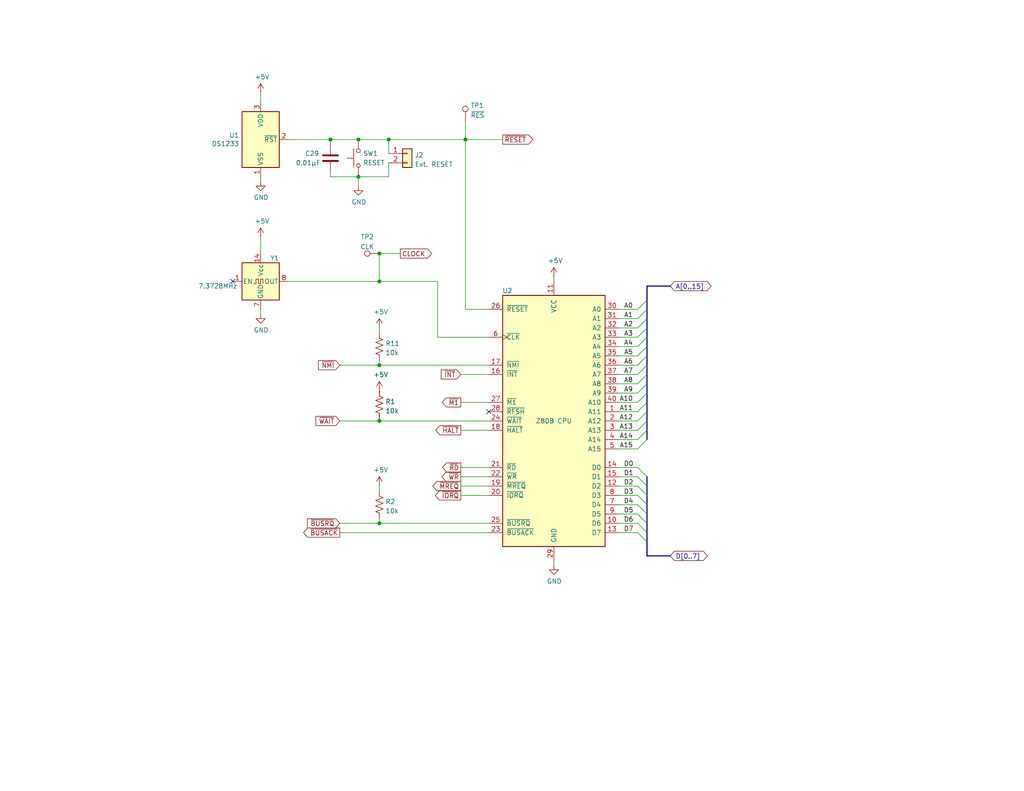
<source format=kicad_sch>
(kicad_sch (version 20230121) (generator eeschema)
  (paper "A")
  (title_block (title "Interis 64 Computer") (rev "C"))
  (lib_symbols
    (symbol "CPU:Z80CPU" (pin_names (offset 1.016))
      (property "Reference" "U" (at -13.97 35.56 0))
      (property "Value" "Z80CPU" (at 6.35 35.56 0))
      (symbol "Z80CPU_0_1"
        (rectangle (start -13.97 34.29) (end 13.97 -34.29) (stroke (width 0.254)) (fill (type background)))
      )
      (symbol "Z80CPU_1_1"
        (pin output line (at 17.78 2.54 180) (length 3.81) (name "A11") (number "1"))
        (pin bidirectional line (at 17.78 -27.94 180) (length 3.81) (name "D6") (number "10"))
        (pin power_in line (at 0 38.1 270) (length 3.81) (name "VCC") (number "11"))
        (pin bidirectional line (at 17.78 -17.78 180) (length 3.81) (name "D2") (number "12"))
        (pin bidirectional line (at 17.78 -30.48 180) (length 3.81) (name "D7") (number "13"))
        (pin bidirectional line (at 17.78 -12.7 180) (length 3.81) (name "D0") (number "14"))
        (pin bidirectional line (at 17.78 -15.24 180) (length 3.81) (name "D1") (number "15"))
        (pin input line (at -17.78 12.7 0) (length 3.81) (name "~{INT}") (number "16"))
        (pin input line (at -17.78 15.24 0) (length 3.81) (name "~{NMI}") (number "17"))
        (pin output line (at -17.78 -2.54 0) (length 3.81) (name "~{HALT}") (number "18"))
        (pin output line (at -17.78 -17.78 0) (length 3.81) (name "~{MREQ}") (number "19"))
        (pin output line (at 17.78 0 180) (length 3.81) (name "A12") (number "2"))
        (pin output line (at -17.78 -20.32 0) (length 3.81) (name "~{IORQ}") (number "20"))
        (pin output line (at -17.78 -12.7 0) (length 3.81) (name "~{RD}") (number "21"))
        (pin output line (at -17.78 -15.24 0) (length 3.81) (name "~{WR}") (number "22"))
        (pin output line (at -17.78 -30.48 0) (length 3.81) (name "~{BUSACK}") (number "23"))
        (pin input line (at -17.78 0 0) (length 3.81) (name "~{WAIT}") (number "24"))
        (pin input line (at -17.78 -27.94 0) (length 3.81) (name "~{BUSRQ}") (number "25"))
        (pin input line (at -17.78 30.48 0) (length 3.81) (name "~{RESET}") (number "26"))
        (pin output line (at -17.78 5.08 0) (length 3.81) (name "~{M1}") (number "27"))
        (pin output line (at -17.78 2.54 0) (length 3.81) (name "~{RFSH}") (number "28"))
        (pin power_in line (at 0 -38.1 90) (length 3.81) (name "GND") (number "29"))
        (pin output line (at 17.78 -2.54 180) (length 3.81) (name "A13") (number "3"))
        (pin output line (at 17.78 30.48 180) (length 3.81) (name "A0") (number "30"))
        (pin output line (at 17.78 27.94 180) (length 3.81) (name "A1") (number "31"))
        (pin output line (at 17.78 25.4 180) (length 3.81) (name "A2") (number "32"))
        (pin output line (at 17.78 22.86 180) (length 3.81) (name "A3") (number "33"))
        (pin output line (at 17.78 20.32 180) (length 3.81) (name "A4") (number "34"))
        (pin output line (at 17.78 17.78 180) (length 3.81) (name "A5") (number "35"))
        (pin output line (at 17.78 15.24 180) (length 3.81) (name "A6") (number "36"))
        (pin output line (at 17.78 12.7 180) (length 3.81) (name "A7") (number "37"))
        (pin output line (at 17.78 10.16 180) (length 3.81) (name "A8") (number "38"))
        (pin output line (at 17.78 7.62 180) (length 3.81) (name "A9") (number "39"))
        (pin output line (at 17.78 -5.08 180) (length 3.81) (name "A14") (number "4"))
        (pin output line (at 17.78 5.08 180) (length 3.81) (name "A10") (number "40"))
        (pin output line (at 17.78 -7.62 180) (length 3.81) (name "A15") (number "5"))
        (pin input clock (at -17.78 22.86 0) (length 3.81) (name "~{CLK}") (number "6"))
        (pin bidirectional line (at 17.78 -22.86 180) (length 3.81) (name "D4") (number "7"))
        (pin bidirectional line (at 17.78 -20.32 180) (length 3.81) (name "D3") (number "8"))
        (pin bidirectional line (at 17.78 -25.4 180) (length 3.81) (name "D5") (number "9"))
      )
    )
    (symbol "Connector:TestPoint" (pin_numbers hide) (pin_names (offset 0.762) hide)
      (property "Reference" "TP" (at 0 6.858 0))
      (property "Value" "TestPoint" (at 0 5.08 0))
      (symbol "TestPoint_0_1"
        (circle (center 0 3.302) (radius 0.762))
      )
      (symbol "TestPoint_1_1"
        (pin passive line (at 0 0 90) (length 2.54) (name "1") (number "1"))
      )
    )
    (symbol "Connector_Generic:Conn_01x02" (pin_names (offset 1.016) hide)
      (property "Reference" "J" (at 0 2.54 0))
      (property "Value" "Conn_01x02" (at 0 -5.08 0))
      (symbol "Conn_01x02_1_1"
        (rectangle (start -1.27 -2.413) (end 0 -2.667) (stroke (width 0.1524)))
        (rectangle (start -1.27 0.127) (end 0 -0.127) (stroke (width 0.1524)))
        (rectangle (start -1.27 1.27) (end 1.27 -3.81) (stroke (width 0.254)) (fill (type background)))
        (pin passive line (at -5.08 0 0) (length 3.81) (name "Pin_1") (number "1"))
        (pin passive line (at -5.08 -2.54 0) (length 3.81) (name "Pin_2") (number "2"))
      )
    )
    (symbol "Device:C" (pin_numbers hide) (pin_names (offset 0.254))
      (property "Reference" "C" (at 0.635 2.54 0))
      (property "Value" "C" (at 0.635 -2.54 0))
      (symbol "C_0_1"
        (polyline (pts (xy -2.032 -0.762) (xy 2.032 -0.762)) (stroke (width 0.508)))
        (polyline (pts (xy -2.032 0.762) (xy 2.032 0.762)) (stroke (width 0.508)))
      )
      (symbol "C_1_1"
        (pin passive line (at 0 3.81 270) (length 2.794) (name "~") (number "1"))
        (pin passive line (at 0 -3.81 90) (length 2.794) (name "~") (number "2"))
      )
    )
    (symbol "Device:R_US" (pin_numbers hide) (pin_names (offset 0))
      (property "Reference" "R" (at 2.54 0 90))
      (property "Value" "R_US" (at -2.54 0 90))
      (symbol "R_US_0_1"
        (polyline (pts (xy 0 -2.286) (xy 0 -2.54)))
        (polyline (pts (xy 0 2.286) (xy 0 2.54)))
        (polyline (pts (xy 0 -0.762) (xy 1.016 -1.143) (xy 0 -1.524) (xy -1.016 -1.905) (xy 0 -2.286)))
        (polyline (pts (xy 0 0.762) (xy 1.016 0.381) (xy 0 0) (xy -1.016 -0.381) (xy 0 -0.762)))
        (polyline (pts (xy 0 2.286) (xy 1.016 1.905) (xy 0 1.524) (xy -1.016 1.143) (xy 0 0.762)))
      )
      (symbol "R_US_1_1"
        (pin passive line (at 0 3.81 270) (length 1.27) (name "~") (number "1"))
        (pin passive line (at 0 -3.81 90) (length 1.27) (name "~") (number "2"))
      )
    )
    (symbol "Oscillator:CXO_DIP14" (pin_names (offset 0.254))
      (property "Reference" "X" (at -5.08 6.35 0))
      (property "Value" "CXO_DIP14" (at 1.27 -6.35 0))
      (symbol "CXO_DIP14_0_1"
        (rectangle (start -5.08 5.08) (end 5.08 -5.08) (stroke (width 0.254)) (fill (type background)))
        (polyline (pts (xy -1.905 -0.635) (xy -1.27 -0.635) (xy -1.27 0.635) (xy -0.635 0.635) (xy -0.635 -0.635) (xy 0 -0.635) (xy 0 0.635) (xy 0.635 0.635) (xy 0.635 -0.635)))
      )
      (symbol "CXO_DIP14_1_1"
        (pin input line (at -7.62 0 0) (length 2.54) (name "EN") (number "1"))
        (pin power_in line (at 0 7.62 270) (length 2.54) (name "Vcc") (number "14"))
        (pin power_in line (at 0 -7.62 90) (length 2.54) (name "GND") (number "7"))
        (pin output line (at 7.62 0 180) (length 2.54) (name "OUT") (number "8"))
      )
    )
    (symbol "Power_Supervisor:MCP130-xxxFxTO"
      (property "Reference" "U" (at -5.08 8.89 0))
      (property "Value" "MCP130-xxxFxTO" (at 8.89 8.89 0))
      (symbol "MCP130-xxxFxTO_0_1"
        (rectangle (start 5.08 7.62) (end -5.08 -7.62) (stroke (width 0.254)) (fill (type background)))
        (pin power_in line (at 0 10.16 270) (length 2.54) (name "VDD") (number "3"))
      )
      (symbol "MCP130-xxxFxTO_1_1"
        (pin power_in line (at 0 -10.16 90) (length 2.54) (name "VSS") (number "1"))
        (pin open_collector line (at 7.62 0 180) (length 2.54) (name "~{RST}") (number "2"))
      )
    )
    (symbol "Switch:SW_Push" (pin_numbers hide) (pin_names (offset 1.016) hide)
      (property "Reference" "SW" (at 1.27 2.54 0))
      (property "Value" "SW_Push" (at 0 -1.524 0))
      (symbol "SW_Push_0_1"
        (circle (center -2.032 0) (radius 0.508))
        (polyline (pts (xy 0 1.27) (xy 0 3.048)))
        (polyline (pts (xy 2.54 1.27) (xy -2.54 1.27)))
        (circle (center 2.032 0) (radius 0.508))
        (pin passive line (at -5.08 0 0) (length 2.54) (name "1") (number "1"))
        (pin passive line (at 5.08 0 180) (length 2.54) (name "2") (number "2"))
      )
    )
    (symbol "power:+5V" (power) (pin_names (offset 0))
      (property "Value" "+5V" (at 0 3.556 0))
      (symbol "+5V_0_1"
        (polyline (pts (xy -0.762 1.27) (xy 0 2.54)))
        (polyline (pts (xy 0 0) (xy 0 2.54)))
        (polyline (pts (xy 0 2.54) (xy 0.762 1.27)))
      )
      (symbol "+5V_1_1"
        (pin power_in line (at 0 0 90) (length 0) hide (name "+5V") (number "1"))
      )
    )
    (symbol "power:GND" (power) (pin_names (offset 0))
      (property "Value" "GND" (at 0 -3.81 0))
      (symbol "GND_0_1"
        (polyline (pts (xy 0 0) (xy 0 -1.27) (xy 1.27 -1.27) (xy 0 -2.54) (xy -1.27 -1.27) (xy 0 -1.27)))
      )
      (symbol "GND_1_1"
        (pin power_in line (at 0 0 270) (length 0) hide (name "GND") (number "1"))
      )
    )
  )
  (junction (at 90.17 38.1))
  (junction (at 127 38.1))
  (junction (at 103.505 142.875))
  (junction (at 97.79 38.1))
  (junction (at 103.505 76.835))
  (junction (at 106.045 38.1))
  (junction (at 103.505 99.695))
  (junction (at 97.79 48.26))
  (junction (at 103.505 69.215))
  (junction (at 103.505 114.935))
  (no_connect (at 63.5 76.835))
  (no_connect (at 133.35 112.395))
  (bus_entry (at 173.99 112.395) (size 2.54 -2.54))
  (bus_entry (at 173.99 94.615) (size 2.54 -2.54))
  (bus_entry (at 173.99 102.235) (size 2.54 -2.54))
  (bus_entry (at 173.99 97.155) (size 2.54 -2.54))
  (bus_entry (at 173.99 135.255) (size 2.54 2.54))
  (bus_entry (at 173.99 127.635) (size 2.54 2.54))
  (bus_entry (at 173.99 130.175) (size 2.54 2.54))
  (bus_entry (at 173.99 140.335) (size 2.54 2.54))
  (bus_entry (at 173.99 86.995) (size 2.54 -2.54))
  (bus_entry (at 173.99 89.535) (size 2.54 -2.54))
  (bus_entry (at 173.99 109.855) (size 2.54 -2.54))
  (bus_entry (at 173.99 104.775) (size 2.54 -2.54))
  (bus_entry (at 173.99 120.015) (size 2.54 -2.54))
  (bus_entry (at 173.99 132.715) (size 2.54 2.54))
  (bus_entry (at 173.99 107.315) (size 2.54 -2.54))
  (bus_entry (at 173.99 142.875) (size 2.54 2.54))
  (bus_entry (at 173.99 92.075) (size 2.54 -2.54))
  (bus_entry (at 173.99 145.415) (size 2.54 2.54))
  (bus_entry (at 173.99 117.475) (size 2.54 -2.54))
  (bus_entry (at 173.99 137.795) (size 2.54 2.54))
  (bus_entry (at 173.99 122.555) (size 2.54 -2.54))
  (bus_entry (at 173.99 114.935) (size 2.54 -2.54))
  (bus_entry (at 173.99 84.455) (size 2.54 -2.54))
  (bus_entry (at 173.99 99.695) (size 2.54 -2.54))
  (wire (pts (xy 127 84.455) (xy 133.35 84.455)))
  (bus (pts (xy 176.53 135.255) (xy 176.53 137.795)))
  (bus (pts (xy 176.53 147.955) (xy 176.53 151.765)))
  (wire (pts (xy 125.73 127.635) (xy 133.35 127.635)))
  (wire (pts (xy 168.91 112.395) (xy 173.99 112.395)))
  (bus (pts (xy 176.53 99.695) (xy 176.53 102.235)))
  (wire (pts (xy 168.91 109.855) (xy 173.99 109.855)))
  (wire (pts (xy 97.79 48.26) (xy 97.79 50.8)))
  (wire (pts (xy 168.91 92.075) (xy 173.99 92.075)))
  (wire (pts (xy 71.12 64.77) (xy 71.12 69.215)))
  (wire (pts (xy 78.74 76.835) (xy 103.505 76.835)))
  (bus (pts (xy 176.53 104.775) (xy 176.53 107.315)))
  (wire (pts (xy 127 38.1) (xy 137.16 38.1)))
  (wire (pts (xy 168.91 104.775) (xy 173.99 104.775)))
  (bus (pts (xy 176.53 140.335) (xy 176.53 142.875)))
  (wire (pts (xy 103.505 133.985) (xy 103.505 132.715)))
  (wire (pts (xy 71.12 85.725) (xy 71.12 84.455)))
  (wire (pts (xy 97.79 38.1) (xy 106.045 38.1)))
  (wire (pts (xy 168.91 127.635) (xy 173.99 127.635)))
  (bus (pts (xy 176.53 137.795) (xy 176.53 140.335)))
  (wire (pts (xy 106.045 38.1) (xy 106.045 41.91)))
  (wire (pts (xy 168.91 89.535) (xy 173.99 89.535)))
  (wire (pts (xy 119.38 76.835) (xy 119.38 92.075)))
  (bus (pts (xy 176.53 112.395) (xy 176.53 114.935)))
  (wire (pts (xy 168.91 140.335) (xy 173.99 140.335)))
  (wire (pts (xy 125.73 117.475) (xy 133.35 117.475)))
  (wire (pts (xy 97.79 48.26) (xy 106.045 48.26)))
  (wire (pts (xy 168.91 135.255) (xy 173.99 135.255)))
  (wire (pts (xy 103.505 114.3) (xy 103.505 114.935)))
  (wire (pts (xy 151.13 154.305) (xy 151.13 153.035)))
  (wire (pts (xy 106.045 44.45) (xy 106.045 48.26)))
  (wire (pts (xy 103.505 69.215) (xy 103.505 76.835)))
  (bus (pts (xy 176.53 132.715) (xy 176.53 135.255)))
  (wire (pts (xy 125.73 102.235) (xy 133.35 102.235)))
  (wire (pts (xy 90.17 48.26) (xy 97.79 48.26)))
  (wire (pts (xy 92.71 99.695) (xy 103.505 99.695)))
  (wire (pts (xy 103.505 89.535) (xy 103.505 90.805)))
  (bus (pts (xy 176.53 117.475) (xy 176.53 120.015)))
  (wire (pts (xy 103.505 114.935) (xy 133.35 114.935)))
  (wire (pts (xy 103.505 76.835) (xy 119.38 76.835)))
  (bus (pts (xy 176.53 145.415) (xy 176.53 147.955)))
  (wire (pts (xy 92.71 145.415) (xy 133.35 145.415)))
  (wire (pts (xy 78.74 38.1) (xy 90.17 38.1)))
  (wire (pts (xy 109.22 69.215) (xy 103.505 69.215)))
  (bus (pts (xy 176.53 78.105) (xy 176.53 81.915)))
  (wire (pts (xy 103.505 141.605) (xy 103.505 142.875)))
  (wire (pts (xy 168.91 86.995) (xy 173.99 86.995)))
  (wire (pts (xy 125.73 135.255) (xy 133.35 135.255)))
  (wire (pts (xy 90.17 39.37) (xy 90.17 38.1)))
  (wire (pts (xy 103.505 98.425) (xy 103.505 99.695)))
  (bus (pts (xy 176.53 107.315) (xy 176.53 109.855)))
  (wire (pts (xy 103.505 142.875) (xy 133.35 142.875)))
  (bus (pts (xy 176.53 130.175) (xy 176.53 132.715)))
  (wire (pts (xy 127 33.02) (xy 127 38.1)))
  (wire (pts (xy 168.91 99.695) (xy 173.99 99.695)))
  (wire (pts (xy 168.91 120.015) (xy 173.99 120.015)))
  (bus (pts (xy 176.53 114.935) (xy 176.53 117.475)))
  (wire (pts (xy 168.91 145.415) (xy 173.99 145.415)))
  (wire (pts (xy 92.71 114.935) (xy 103.505 114.935)))
  (wire (pts (xy 90.17 38.1) (xy 97.79 38.1)))
  (bus (pts (xy 176.53 78.105) (xy 182.88 78.105)))
  (wire (pts (xy 103.505 99.695) (xy 133.35 99.695)))
  (wire (pts (xy 92.71 142.875) (xy 103.505 142.875)))
  (bus (pts (xy 176.53 102.235) (xy 176.53 104.775)))
  (wire (pts (xy 168.91 97.155) (xy 173.99 97.155)))
  (wire (pts (xy 127 38.1) (xy 127 84.455)))
  (wire (pts (xy 168.91 102.235) (xy 173.99 102.235)))
  (bus (pts (xy 176.53 94.615) (xy 176.53 97.155)))
  (wire (pts (xy 168.91 122.555) (xy 173.99 122.555)))
  (wire (pts (xy 125.73 130.175) (xy 133.35 130.175)))
  (wire (pts (xy 168.91 142.875) (xy 173.99 142.875)))
  (wire (pts (xy 90.17 46.99) (xy 90.17 48.26)))
  (wire (pts (xy 168.91 130.175) (xy 173.99 130.175)))
  (bus (pts (xy 176.53 86.995) (xy 176.53 89.535)))
  (bus (pts (xy 176.53 92.075) (xy 176.53 94.615)))
  (wire (pts (xy 119.38 92.075) (xy 133.35 92.075)))
  (bus (pts (xy 176.53 89.535) (xy 176.53 92.075)))
  (bus (pts (xy 176.53 109.855) (xy 176.53 112.395)))
  (wire (pts (xy 168.91 94.615) (xy 173.99 94.615)))
  (wire (pts (xy 168.91 137.795) (xy 173.99 137.795)))
  (wire (pts (xy 71.12 25.4) (xy 71.12 27.94)))
  (bus (pts (xy 176.53 81.915) (xy 176.53 84.455)))
  (wire (pts (xy 106.045 38.1) (xy 127 38.1)))
  (wire (pts (xy 168.91 132.715) (xy 173.99 132.715)))
  (bus (pts (xy 176.53 84.455) (xy 176.53 86.995)))
  (wire (pts (xy 125.73 132.715) (xy 133.35 132.715)))
  (wire (pts (xy 168.91 84.455) (xy 173.99 84.455)))
  (wire (pts (xy 133.35 109.855) (xy 125.73 109.855)))
  (wire (pts (xy 168.91 114.935) (xy 173.99 114.935)))
  (wire (pts (xy 71.12 48.26) (xy 71.12 49.53)))
  (wire (pts (xy 151.13 75.565) (xy 151.13 76.835)))
  (wire (pts (xy 168.91 117.475) (xy 173.99 117.475)))
  (bus (pts (xy 176.53 142.875) (xy 176.53 145.415)))
  (bus (pts (xy 176.53 151.765) (xy 182.88 151.765)))
  (wire (pts (xy 168.91 107.315) (xy 173.99 107.315)))
  (bus (pts (xy 176.53 97.155) (xy 176.53 99.695)))
  (label "A4" (at 172.72 94.615 180))
  (label "D5" (at 170.18 140.335 0))
  (label "D0" (at 170.18 127.635 0))
  (label "A13" (at 172.72 117.475 180))
  (label "D1" (at 170.18 130.175 0))
  (label "A10" (at 172.72 109.855 180))
  (label "A0" (at 172.72 84.455 180))
  (label "A9" (at 172.72 107.315 180))
  (label "A11" (at 172.72 112.395 180))
  (label "A7" (at 172.72 102.235 180))
  (label "A5" (at 172.72 97.155 180))
  (label "D7" (at 170.18 145.415 0))
  (label "D4" (at 170.18 137.795 0))
  (label "A15" (at 172.72 122.555 180))
  (label "A2" (at 172.72 89.535 180))
  (label "A1" (at 172.72 86.995 180))
  (label "D2" (at 170.18 132.715 0))
  (label "A14" (at 172.72 120.015 180))
  (label "D3" (at 170.18 135.255 0))
  (label "D6" (at 170.18 142.875 0))
  (label "A12" (at 172.72 114.935 180))
  (label "A8" (at 172.72 104.775 180))
  (label "A6" (at 172.72 99.695 180))
  (label "A3" (at 172.72 92.075 180))
  (global_label "~{BUSACK}" (shape output) (at 92.71 145.415 180) (property "Intersheetrefs" "${INTERSHEET_REFS}" (effects hide)))
  (global_label "A[0..15]" (shape bidirectional) (at 182.88 78.105 0) (property "Intersheetrefs" "${INTERSHEET_REFS}" (effects hide)))
  (global_label "~{WAIT}" (shape input) (at 92.71 114.935 180) (property "Intersheetrefs" "${INTERSHEET_REFS}" (effects hide)))
  (global_label "~{WR}" (shape output) (at 125.73 130.175 180) (property "Intersheetrefs" "${INTERSHEET_REFS}" (effects hide)))
  (global_label "~{BUSRQ}" (shape input) (at 92.71 142.875 180) (property "Intersheetrefs" "${INTERSHEET_REFS}" (effects hide)))
  (global_label "~{RD}" (shape output) (at 125.73 127.635 180) (property "Intersheetrefs" "${INTERSHEET_REFS}" (effects hide)))
  (global_label "~{IORQ}" (shape output) (at 125.73 135.255 180) (property "Intersheetrefs" "${INTERSHEET_REFS}" (effects hide)))
  (global_label "~{MREQ}" (shape output) (at 125.73 132.715 180) (property "Intersheetrefs" "${INTERSHEET_REFS}" (effects hide)))
  (global_label "CLOCK" (shape output) (at 109.22 69.215 0) (property "Intersheetrefs" "${INTERSHEET_REFS}" (effects hide)))
  (global_label "~{HALT}" (shape output) (at 125.73 117.475 180) (property "Intersheetrefs" "${INTERSHEET_REFS}" (effects hide)))
  (global_label "~{M1}" (shape output) (at 125.73 109.855 180) (property "Intersheetrefs" "${INTERSHEET_REFS}" (effects hide)))
  (global_label "~{INT}" (shape input) (at 125.73 102.235 180) (property "Intersheetrefs" "${INTERSHEET_REFS}" (effects hide)))
  (global_label "~{NMI}" (shape input) (at 92.71 99.695 180) (property "Intersheetrefs" "${INTERSHEET_REFS}" (effects hide)))
  (global_label "D[0..7]" (shape bidirectional) (at 182.88 151.765 0) (property "Intersheetrefs" "${INTERSHEET_REFS}" (effects hide)))
  (global_label "~{RESET}" (shape output) (at 137.16 38.1 0) (property "Intersheetrefs" "${INTERSHEET_REFS}" (effects hide)))
  (symbol (lib_id "CPU:Z80CPU") (at 151.13 114.935 0) (unit 1)
    (property "Reference" "U2" (at 138.43 79.375 0))
    (property "Value" "Z80B CPU" (at 151.13 114.935 0))
    (property "Footprint" "Package_DIP:DIP-40_W15.24mm_LongPads" (effects hide))
    (property "Datasheet" "www.zilog.com/manage_directlink.php?filepath=docs/z80/um0080" (effects hide))
  )
  (symbol (lib_id "power:GND") (at 151.13 154.305 0) (unit 1)
    (property "Reference" "#PWR010" (effects hide))
    (property "Value" "GND" (at 151.257 158.6992 0))
  )
  (symbol (lib_id "Power_Supervisor:MCP130-xxxFxTO") (at 71.12 38.1 0) (unit 1)
    (property "Reference" "U1" (at 65.278 36.9316 0) (effects (justify right)))
    (property "Value" "DS1233" (at 65.278 39.243 0) (effects (justify right)))
    (property "Footprint" "Package_TO_SOT_THT:TO-92_Inline" (effects hide))
    (property "Datasheet" "http://ww1.microchip.com/downloads/en/DeviceDoc/11184d.pdf" (effects hide))
  )
  (symbol (lib_id "Oscillator:CXO_DIP14") (at 71.12 76.835 0) (unit 1)
    (property "Reference" "Y1" (at 76.2 70.485 0) (effects (justify right)))
    (property "Value" "7.3728MHz" (at 64.77 78.105 0) (effects (justify right)))
    (property "Footprint" "Oscillator:Oscillator_DIP-14" (effects hide))
    (property "Datasheet" "http://cdn-reichelt.de/documents/datenblatt/B400/OSZI.pdf" (effects hide))
  )
  (symbol (lib_id "power:+5V") (at 71.12 64.77 0) (unit 1)
    (property "Reference" "#PWR01" (effects hide))
    (property "Value" "+5V" (at 71.501 60.3758 0))
  )
  (symbol (lib_id "power:+5V") (at 71.12 25.4 0) (unit 1)
    (property "Reference" "#PWR03" (effects hide))
    (property "Value" "+5V" (at 71.501 21.0058 0))
  )
  (symbol (lib_id "power:GND") (at 71.12 49.53 0) (unit 1)
    (property "Reference" "#PWR04" (effects hide))
    (property "Value" "GND" (at 71.247 53.9242 0))
  )
  (symbol (lib_id "power:GND") (at 97.79 50.8 0) (unit 1)
    (property "Reference" "#PWR08" (effects hide))
    (property "Value" "GND" (at 97.917 55.1942 0))
  )
  (symbol (lib_id "Switch:SW_Push") (at 97.79 43.18 90) (mirror x) (unit 1)
    (property "Reference" "SW1" (at 99.06 41.91 90) (effects (justify right)))
    (property "Value" "RESET" (at 99.06 44.45 90) (effects (justify right)))
    (property "Footprint" "Button_Switch_THT:SW_TH_Tactile_Omron_B3F-10xx" (effects hide))
  )
  (symbol (lib_id "power:+5V") (at 103.505 106.68 0) (unit 1)
    (property "Reference" "#PWR05" (effects hide))
    (property "Value" "+5V" (at 103.886 102.2858 0))
  )
  (symbol (lib_id "Connector_Generic:Conn_01x02") (at 111.125 41.91 0) (unit 1)
    (property "Reference" "J2" (at 113.157 42.3453 0) (effects (justify left)))
    (property "Value" "Ext. RESET" (at 113.157 44.8822 0) (effects (justify left)))
    (property "Footprint" "Connector_PinHeader_2.54mm:PinHeader_1x02_P2.54mm_Vertical" (effects hide))
  )
  (symbol (lib_id "Device:C") (at 90.17 43.18 0) (mirror y) (unit 1)
    (property "Reference" "C29" (at 83.185 41.91 0) (effects (justify right)))
    (property "Value" "0.01µF" (at 80.645 44.45 0) (effects (justify right)))
    (property "Footprint" "Capacitor_THT:C_Disc_D3.8mm_W2.6mm_P2.50mm" (effects hide))
  )
  (symbol (lib_id "power:+5V") (at 103.505 132.715 0) (unit 1)
    (property "Reference" "#PWR06" (effects hide))
    (property "Value" "+5V" (at 103.886 128.3208 0))
  )
  (symbol (lib_id "Connector:TestPoint") (at 127 33.02 0) (mirror y) (unit 1)
    (property "Reference" "TP1" (at 128.397 28.7878 0) (effects (justify right)))
    (property "Value" "~{RES}" (at 128.397 31.4787 0) (effects (justify right)))
    (property "Footprint" "TestPoint:TestPoint_THTPad_2.5x2.5mm_Drill1.2mm" (effects hide))
  )
  (symbol (lib_id "power:GND") (at 71.12 85.725 0) (unit 1)
    (property "Reference" "#PWR02" (effects hide))
    (property "Value" "GND" (at 71.247 90.1192 0))
  )
  (symbol (lib_id "Connector:TestPoint") (at 103.505 69.215 90) (unit 1)
    (property "Reference" "TP2" (at 100.203 64.6892 90))
    (property "Value" "CLK" (at 100.203 67.3801 90))
    (property "Footprint" "TestPoint:TestPoint_THTPad_2.5x2.5mm_Drill1.2mm" (effects hide))
  )
  (symbol (lib_id "Device:R_US") (at 103.505 137.795 180) (unit 1)
    (property "Reference" "R2" (at 105.156 136.9603 0) (effects (justify right)))
    (property "Value" "10k" (at 105.156 139.4972 0) (effects (justify right)))
    (property "Footprint" "Resistor_THT:R_Axial_DIN0207_L6.3mm_D2.5mm_P10.16mm_Horizontal" (effects hide))
  )
  (symbol (lib_id "power:+5V") (at 151.13 75.565 0) (unit 1)
    (property "Reference" "#PWR09" (effects hide))
    (property "Value" "+5V" (at 151.511 71.1708 0))
  )
  (symbol (lib_id "power:+5V") (at 103.505 89.535 0) (unit 1)
    (property "Reference" "#PWR0108" (effects hide))
    (property "Value" "+5V" (at 103.886 85.1408 0))
  )
  (symbol (lib_id "Device:R_US") (at 103.505 110.49 0) (unit 1)
    (property "Reference" "R1" (at 105.156 109.6553 0) (effects (justify left)))
    (property "Value" "10k" (at 105.156 112.1922 0) (effects (justify left)))
    (property "Footprint" "Resistor_THT:R_Axial_DIN0207_L6.3mm_D2.5mm_P10.16mm_Horizontal" (effects hide))
  )
  (symbol (lib_id "Device:R_US") (at 103.505 94.615 0) (unit 1)
    (property "Reference" "R11" (at 105.156 93.7803 0) (effects (justify left)))
    (property "Value" "10k" (at 105.156 96.3172 0) (effects (justify left)))
    (property "Footprint" "Resistor_THT:R_Axial_DIN0207_L6.3mm_D2.5mm_P10.16mm_Horizontal" (effects hide))
  )
  (sheet (at 283.21 44.45) (size 25.4 36.83)
    (property "Sheetname" "PS2 Keyboard" (at 283.21 43.7384 0) (effects (justify left bottom)))
    (property "Sheetfile" "PS2Keyboard.kicad_sch" (at 283.21 81.8646 0) (effects (justify left top)))
  )
  (sheet (at 312.42 44.45) (size 25.4 36.83)
    (property "Sheetname" "Serial Port" (at 312.42 43.7384 0) (effects (justify left bottom)))
    (property "Sheetfile" "SerialPort.kicad_sch" (at 312.42 81.8646 0) (effects (justify left top)))
  )
  (sheet (at 370.84 0) (size 25.4 36.83)
    (property "Sheetname" "Slots" (at 370.84 -0.7116 0) (effects (justify left bottom)))
    (property "Sheetfile" "Slots.kicad_sch" (at 370.84 37.4146 0) (effects (justify left top)))
  )
  (sheet (at 341.63 0) (size 25.4 36.83)
    (property "Sheetname" "I/O Controller" (at 341.63 -0.7116 0) (effects (justify left bottom)))
    (property "Sheetfile" "IRQDecoder.kicad_sch" (at 341.63 37.4146 0) (effects (justify left top)))
  )
  (sheet (at 283.21 0) (size 25.4 36.83)
    (property "Sheetname" "Memory" (at 283.21 -0.7116 0) (effects (justify left bottom)))
    (property "Sheetfile" "Memory.kicad_sch" (at 283.21 37.4146 0) (effects (justify left top)))
  )
  (sheet (at 312.42 0) (size 25.4 36.83)
    (property "Sheetname" "Power" (at 312.42 -0.7116 0) (effects (justify left bottom)))
    (property "Sheetfile" "Power.kicad_sch" (at 312.42 37.4146 0) (effects (justify left top)))
  )
  (sheet (at 341.63 44.45) (size 25.4 36.83) (stroke (width 0.1524))
    (property "Sheetname" "Realtime Clock" (at 341.63 43.7384 0) (effects (justify left bottom)))
    (property "Sheetfile" "RealtimeClock.kicad_sch" (at 341.63 81.8646 0) (effects (justify left top)))
  )
)
</source>
